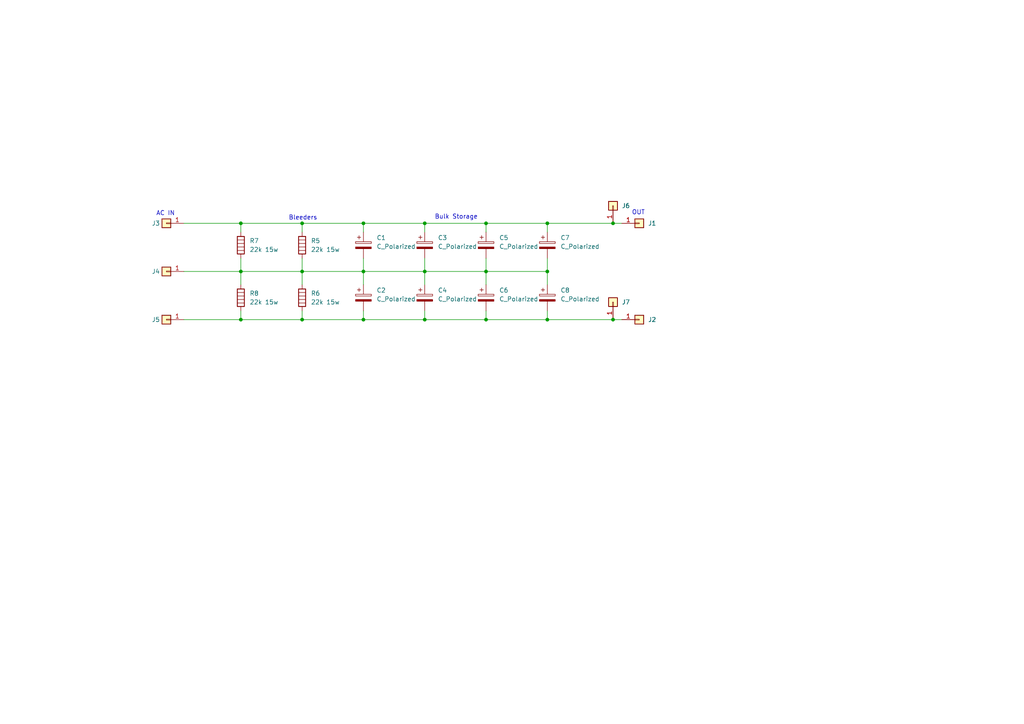
<source format=kicad_sch>
(kicad_sch (version 20250114) (generator "eeschema") (generator_version "9.0")
  (paper "A4")
  (lib_symbols
    (symbol "Connector_Generic:Conn_01x01" (pin_names (offset 1.016) (hide yes))
      (property "Reference" "J" (at 0 2.54 0))
      (property "Value" "Conn_01x01" (at 0 -2.54 0))
      (symbol "Conn_01x01_1_1"
        (rectangle (start -1.27 1.27) (end 1.27 -1.27) (stroke (width 0.254)) (fill (type background)))
        (rectangle (start -1.27 0.127) (end 0 -0.127) (stroke (width 0.1524)))
        (pin passive line (at -5.08 0 0) (length 3.81) (name "Pin_1") (number "1"))
      )
    )
    (symbol "Device:C_Polarized" (pin_numbers (hide yes)) (pin_names (offset 0.254))
      (property "Reference" "C" (at 0.635 2.54 0))
      (property "Value" "C_Polarized" (at 0.635 -2.54 0))
      (symbol "C_Polarized_0_1"
        (rectangle (start -2.286 0.508) (end 2.286 1.016))
        (polyline (pts (xy -1.778 2.286) (xy -0.762 2.286)))
        (polyline (pts (xy -1.27 2.794) (xy -1.27 1.778)))
        (rectangle (start 2.286 -0.508) (end -2.286 -1.016) (fill (type outline)))
      )
      (symbol "C_Polarized_1_1"
        (pin passive line (at 0 3.81 270) (length 2.794) (name "~") (number "1"))
        (pin passive line (at 0 -3.81 90) (length 2.794) (name "~") (number "2"))
      )
    )
    (symbol "Device:Heater" (pin_numbers (hide yes)) (pin_names (offset 0))
      (property "Reference" "R" (at 2.032 0 90))
      (property "Value" "Heater" (at -2.032 0 90))
      (symbol "Heater_0_1"
        (polyline (pts (xy -1.016 1.524) (xy 1.016 1.524)))
        (rectangle (start -1.016 -2.54) (end 1.016 2.54) (stroke (width 0.254)))
        (polyline (pts (xy 1.016 0.508) (xy -1.016 0.508)))
        (polyline (pts (xy 1.016 -0.508) (xy -1.016 -0.508)))
        (polyline (pts (xy 1.016 -1.524) (xy -1.016 -1.524)))
      )
      (symbol "Heater_1_1"
        (pin passive line (at 0 3.81 270) (length 1.27) (name "~") (number "1"))
        (pin passive line (at 0 -3.81 90) (length 1.27) (name "~") (number "2"))
      )
    )
  )
  (text "Bulk Storage" (at 132.334 62.992 0) (effects (font (size 1.27 1.27))))
  (text "Bleeders" (at 87.884 63.246 0) (effects (font (size 1.27 1.27))))
  (text "AC IN" (at 48.006 61.976 0) (effects (font (size 1.27 1.27))))
  (text "OUT" (at 185.166 61.722 0) (effects (font (size 1.27 1.27))))
  (junction (at 140.97 64.77))
  (junction (at 105.41 92.71))
  (junction (at 87.63 92.71))
  (junction (at 123.19 64.77))
  (junction (at 140.97 78.74))
  (junction (at 177.8 64.77))
  (junction (at 177.8 92.71))
  (junction (at 105.41 64.77))
  (junction (at 69.85 78.74))
  (junction (at 158.75 78.74))
  (junction (at 87.63 64.77))
  (junction (at 158.75 64.77))
  (junction (at 123.19 92.71))
  (junction (at 158.75 92.71))
  (junction (at 123.19 78.74))
  (junction (at 87.63 78.74))
  (junction (at 69.85 92.71))
  (junction (at 69.85 64.77))
  (junction (at 105.41 78.74))
  (junction (at 140.97 92.71))
  (wire (pts (xy 140.97 78.74) (xy 140.97 82.55)))
  (wire (pts (xy 105.41 78.74) (xy 105.41 82.55)))
  (wire (pts (xy 87.63 78.74) (xy 87.63 82.55)))
  (wire (pts (xy 105.41 74.93) (xy 105.41 78.74)))
  (wire (pts (xy 140.97 78.74) (xy 158.75 78.74)))
  (wire (pts (xy 140.97 64.77) (xy 140.97 67.31)))
  (wire (pts (xy 123.19 78.74) (xy 140.97 78.74)))
  (wire (pts (xy 177.8 92.71) (xy 180.34 92.71)))
  (wire (pts (xy 87.63 90.17) (xy 87.63 92.71)))
  (wire (pts (xy 158.75 64.77) (xy 177.8 64.77)))
  (wire (pts (xy 69.85 64.77) (xy 69.85 67.31)))
  (wire (pts (xy 105.41 64.77) (xy 87.63 64.77)))
  (wire (pts (xy 140.97 92.71) (xy 158.75 92.71)))
  (wire (pts (xy 105.41 92.71) (xy 105.41 90.17)))
  (wire (pts (xy 140.97 90.17) (xy 140.97 92.71)))
  (wire (pts (xy 69.85 78.74) (xy 53.34 78.74)))
  (wire (pts (xy 105.41 64.77) (xy 105.41 67.31)))
  (wire (pts (xy 87.63 92.71) (xy 105.41 92.71)))
  (wire (pts (xy 69.85 90.17) (xy 69.85 92.71)))
  (wire (pts (xy 69.85 74.93) (xy 69.85 78.74)))
  (wire (pts (xy 105.41 64.77) (xy 123.19 64.77)))
  (wire (pts (xy 123.19 64.77) (xy 123.19 67.31)))
  (wire (pts (xy 158.75 90.17) (xy 158.75 92.71)))
  (wire (pts (xy 87.63 64.77) (xy 87.63 67.31)))
  (wire (pts (xy 105.41 78.74) (xy 123.19 78.74)))
  (wire (pts (xy 158.75 92.71) (xy 177.8 92.71)))
  (wire (pts (xy 123.19 64.77) (xy 140.97 64.77)))
  (wire (pts (xy 53.34 92.71) (xy 69.85 92.71)))
  (wire (pts (xy 123.19 92.71) (xy 123.19 90.17)))
  (wire (pts (xy 123.19 78.74) (xy 123.19 82.55)))
  (wire (pts (xy 140.97 64.77) (xy 158.75 64.77)))
  (wire (pts (xy 53.34 64.77) (xy 69.85 64.77)))
  (wire (pts (xy 87.63 64.77) (xy 69.85 64.77)))
  (wire (pts (xy 158.75 78.74) (xy 158.75 82.55)))
  (wire (pts (xy 158.75 64.77) (xy 158.75 67.31)))
  (wire (pts (xy 69.85 78.74) (xy 87.63 78.74)))
  (wire (pts (xy 87.63 78.74) (xy 105.41 78.74)))
  (wire (pts (xy 69.85 78.74) (xy 69.85 82.55)))
  (wire (pts (xy 140.97 78.74) (xy 140.97 74.93)))
  (wire (pts (xy 158.75 78.74) (xy 158.75 74.93)))
  (wire (pts (xy 177.8 64.77) (xy 180.34 64.77)))
  (wire (pts (xy 123.19 74.93) (xy 123.19 78.74)))
  (wire (pts (xy 69.85 92.71) (xy 87.63 92.71)))
  (wire (pts (xy 87.63 74.93) (xy 87.63 78.74)))
  (wire (pts (xy 123.19 92.71) (xy 140.97 92.71)))
  (wire (pts (xy 105.41 92.71) (xy 123.19 92.71)))
  (symbol (lib_id "Device:C_Polarized") (at 140.97 86.36 0) (unit 1)
    (property "Reference" "C6" (at 144.78 84.2009 0) (effects (justify left)))
    (property "Value" "C_Polarized" (at 144.78 86.7409 0) (effects (justify left)))
    (property "Footprint" "Project:EPCOS B43456-S5129-M2" (effects (hide yes)))
    (property "Description" "Polarized capacitor" (effects (hide yes)))
  )
  (symbol (lib_id "Connector_Generic:Conn_01x01") (at 185.42 92.71 0) (unit 1)
    (property "Reference" "J2" (at 187.96 92.7099 0) (effects (justify left)))
    (property "Value" "Conn_01x01" (effects (hide yes)))
    (property "Footprint" "Project:M6 Lug" (effects (hide yes)))
    (property "Description" "Generic connector, single row, 01x01, script generated (kicad-library-utils/schlib/autogen/connector/)" (effects (hide yes)))
  )
  (symbol (lib_id "Device:C_Polarized") (at 105.41 86.36 0) (unit 1)
    (property "Reference" "C2" (at 109.22 84.2009 0) (effects (justify left)))
    (property "Value" "C_Polarized" (at 109.22 86.7409 0) (effects (justify left)))
    (property "Footprint" "Project:EPCOS B43456-S5129-M2" (effects (hide yes)))
    (property "Description" "Polarized capacitor" (effects (hide yes)))
  )
  (symbol (lib_id "Connector_Generic:Conn_01x01") (at 177.8 59.69 90) (unit 1)
    (property "Reference" "J6" (at 180.34 59.6899 90) (effects (justify right)))
    (property "Value" "Conn_01x01" (effects (hide yes)))
    (property "Footprint" "Connector_Wire:SolderWirePad_1x01_SMD_1.5x3mm" (effects (hide yes)))
    (property "Description" "Generic connector, single row, 01x01, script generated (kicad-library-utils/schlib/autogen/connector/)" (effects (hide yes)))
  )
  (symbol (lib_id "Device:C_Polarized") (at 158.75 86.36 0) (unit 1)
    (property "Reference" "C8" (at 162.56 84.2009 0) (effects (justify left)))
    (property "Value" "C_Polarized" (at 162.56 86.7409 0) (effects (justify left)))
    (property "Footprint" "Project:EPCOS B43456-S5129-M2" (effects (hide yes)))
    (property "Description" "Polarized capacitor" (effects (hide yes)))
  )
  (symbol (lib_id "Device:Heater") (at 87.63 71.12 0) (unit 1)
    (property "Reference" "R5" (at 90.17 69.8499 0) (effects (justify left)))
    (property "Value" "22k 15w" (at 90.17 72.3899 0) (effects (justify left)))
    (property "Footprint" "Resistor_THT:R_Axial_Power_L48.0mm_W12.5mm_P55.88mm" (effects (hide yes)))
    (property "Description" "Resistive heater" (effects (hide yes)))
  )
  (symbol (lib_id "Connector_Generic:Conn_01x01") (at 48.26 78.74 180) (unit 1)
    (property "Reference" "J4" (at 45.212 78.74 0))
    (property "Value" "Conn_01x01" (effects (hide yes)))
    (property "Footprint" "Project:M6 Lug" (effects (hide yes)))
    (property "Description" "Generic connector, single row, 01x01, script generated (kicad-library-utils/schlib/autogen/connector/)" (effects (hide yes)))
  )
  (symbol (lib_id "Connector_Generic:Conn_01x01") (at 185.42 64.77 0) (unit 1)
    (property "Reference" "J1" (at 187.96 64.7699 0) (effects (justify left)))
    (property "Value" "Conn_01x01" (effects (hide yes)))
    (property "Footprint" "Project:M6 Lug" (effects (hide yes)))
    (property "Description" "Generic connector, single row, 01x01, script generated (kicad-library-utils/schlib/autogen/connector/)" (effects (hide yes)))
  )
  (symbol (lib_id "Device:C_Polarized") (at 123.19 71.12 0) (unit 1)
    (property "Reference" "C3" (at 127 68.9609 0) (effects (justify left)))
    (property "Value" "C_Polarized" (at 127 71.5009 0) (effects (justify left)))
    (property "Footprint" "Project:EPCOS B43456-S5129-M2" (effects (hide yes)))
    (property "Description" "Polarized capacitor" (effects (hide yes)))
  )
  (symbol (lib_id "Connector_Generic:Conn_01x01") (at 177.8 87.63 90) (unit 1)
    (property "Reference" "J7" (at 180.34 87.6299 90) (effects (justify right)))
    (property "Value" "Conn_01x01" (effects (hide yes)))
    (property "Footprint" "Connector_Wire:SolderWirePad_1x01_SMD_1.5x3mm" (effects (hide yes)))
    (property "Description" "Generic connector, single row, 01x01, script generated (kicad-library-utils/schlib/autogen/connector/)" (effects (hide yes)))
  )
  (symbol (lib_id "Device:Heater") (at 69.85 86.36 0) (unit 1)
    (property "Reference" "R8" (at 72.39 85.0899 0) (effects (justify left)))
    (property "Value" "22k 15w" (at 72.39 87.6299 0) (effects (justify left)))
    (property "Footprint" "Resistor_THT:R_Axial_Power_L48.0mm_W12.5mm_P55.88mm" (effects (hide yes)))
    (property "Description" "Resistive heater" (effects (hide yes)))
  )
  (symbol (lib_id "Connector_Generic:Conn_01x01") (at 48.26 92.71 180) (unit 1)
    (property "Reference" "J5" (at 45.212 92.71 0))
    (property "Value" "Conn_01x01" (effects (hide yes)))
    (property "Footprint" "Project:M6 Lug" (effects (hide yes)))
    (property "Description" "Generic connector, single row, 01x01, script generated (kicad-library-utils/schlib/autogen/connector/)" (effects (hide yes)))
  )
  (symbol (lib_id "Connector_Generic:Conn_01x01") (at 48.26 64.77 180) (unit 1)
    (property "Reference" "J3" (at 45.212 64.77 0))
    (property "Value" "Conn_01x01" (effects (hide yes)))
    (property "Footprint" "Project:M6 Lug" (effects (hide yes)))
    (property "Description" "Generic connector, single row, 01x01, script generated (kicad-library-utils/schlib/autogen/connector/)" (effects (hide yes)))
  )
  (symbol (lib_id "Device:C_Polarized") (at 140.97 71.12 0) (unit 1)
    (property "Reference" "C5" (at 144.78 68.9609 0) (effects (justify left)))
    (property "Value" "C_Polarized" (at 144.78 71.5009 0) (effects (justify left)))
    (property "Footprint" "Project:EPCOS B43456-S5129-M2" (effects (hide yes)))
    (property "Description" "Polarized capacitor" (effects (hide yes)))
  )
  (symbol (lib_id "Device:C_Polarized") (at 105.41 71.12 0) (unit 1)
    (property "Reference" "C1" (at 109.22 68.9609 0) (effects (justify left)))
    (property "Value" "C_Polarized" (at 109.22 71.5009 0) (effects (justify left)))
    (property "Footprint" "Project:EPCOS B43456-S5129-M2" (effects (hide yes)))
    (property "Description" "Polarized capacitor" (effects (hide yes)))
  )
  (symbol (lib_id "Device:Heater") (at 69.85 71.12 0) (unit 1)
    (property "Reference" "R7" (at 72.39 69.8499 0) (effects (justify left)))
    (property "Value" "22k 15w" (at 72.39 72.3899 0) (effects (justify left)))
    (property "Footprint" "Resistor_THT:R_Axial_Power_L48.0mm_W12.5mm_P55.88mm" (effects (hide yes)))
    (property "Description" "Resistive heater" (effects (hide yes)))
  )
  (symbol (lib_id "Device:C_Polarized") (at 158.75 71.12 0) (unit 1)
    (property "Reference" "C7" (at 162.56 68.9609 0) (effects (justify left)))
    (property "Value" "C_Polarized" (at 162.56 71.5009 0) (effects (justify left)))
    (property "Footprint" "Project:EPCOS B43456-S5129-M2" (effects (hide yes)))
    (property "Description" "Polarized capacitor" (effects (hide yes)))
  )
  (symbol (lib_id "Device:Heater") (at 87.63 86.36 0) (unit 1)
    (property "Reference" "R6" (at 90.17 85.0899 0) (effects (justify left)))
    (property "Value" "22k 15w" (at 90.17 87.6299 0) (effects (justify left)))
    (property "Footprint" "Resistor_THT:R_Axial_Power_L48.0mm_W12.5mm_P55.88mm" (effects (hide yes)))
    (property "Description" "Resistive heater" (effects (hide yes)))
  )
  (symbol (lib_id "Device:C_Polarized") (at 123.19 86.36 0) (unit 1)
    (property "Reference" "C4" (at 127 84.2009 0) (effects (justify left)))
    (property "Value" "C_Polarized" (at 127 86.7409 0) (effects (justify left)))
    (property "Footprint" "Project:EPCOS B43456-S5129-M2" (effects (hide yes)))
    (property "Description" "Polarized capacitor" (effects (hide yes)))
  )
)
</source>
